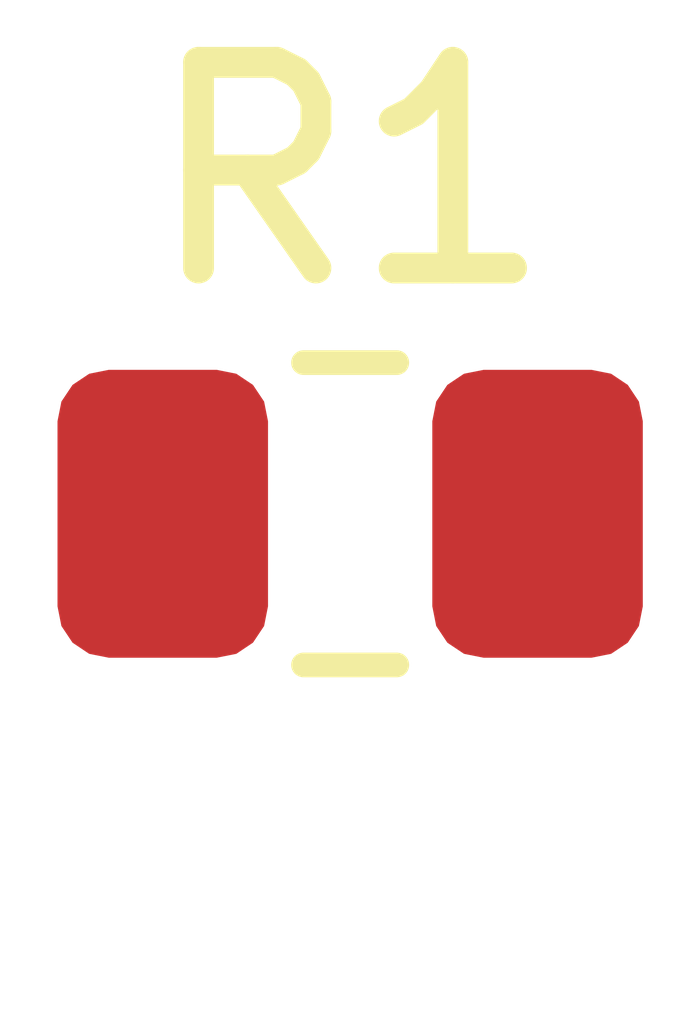
<source format=kicad_pcb>
(kicad_pcb (version 20221018) (generator pcbnew)
  (layers (0 "F.Cu" signal) (31 "B.Cu" signal) (34 "B.Paste" user) (35 "F.Paste" user) (36 "B.SilkS" user "B.Silkscreen") (37 "F.SilkS" user "F.Silkscreen") (38 "B.Mask" user) (39 "F.Mask" user) (44 "Edge.Cuts" user))
  (net 0 "")
  (footprint "Resistor_SMD:R_0805_2012Metric" (layer "F.Cu") (at 139.8875 62)
    (fp_text reference "R1" (at 0 -1.65) (layer "F.SilkS"))
    (fp_text value "R")
    (fp_line (start -0.227064 -0.735) (end 0.227064 -0.735) (stroke (width 0.12)) (layer "F.SilkS"))
    (fp_line (start -0.227064 0.735) (end 0.227064 0.735) (stroke (width 0.12)) (layer "F.SilkS"))
    (pad "1" smd roundrect (at -0.9125 0) (size 1.025 1.4) (layers "F.Cu" "F.Paste" "F.Mask") (roundrect_rratio 0.243902))
    (pad "2" smd roundrect (at 0.9125 0) (size 1.025 1.4) (layers "F.Cu" "F.Paste" "F.Mask") (roundrect_rratio 0.243902))
  )
)
</source>
